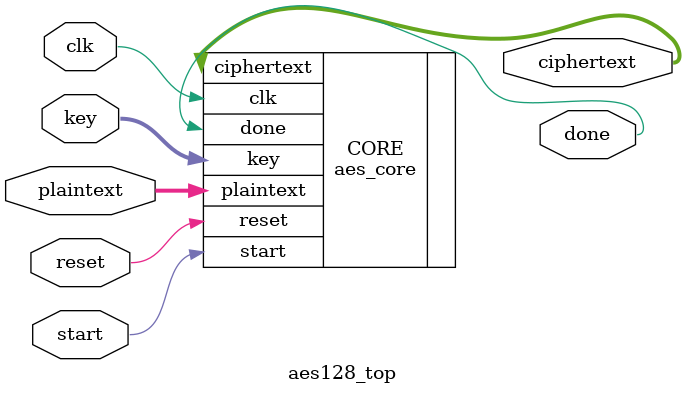
<source format=sv>


module aes128_top (
    input  logic        clk,
    input  logic        reset,
    input  logic        start,
    input  logic [127:0] plaintext,
    input  logic [127:0] key,
    output logic [127:0] ciphertext,
    output logic        done
);

    aes_core CORE (
        .clk(clk),
        .reset(reset),
        .start(start),
        .plaintext(plaintext),
        .key(key),
        .ciphertext(ciphertext),
        .done(done)
    );

endmodule

</source>
